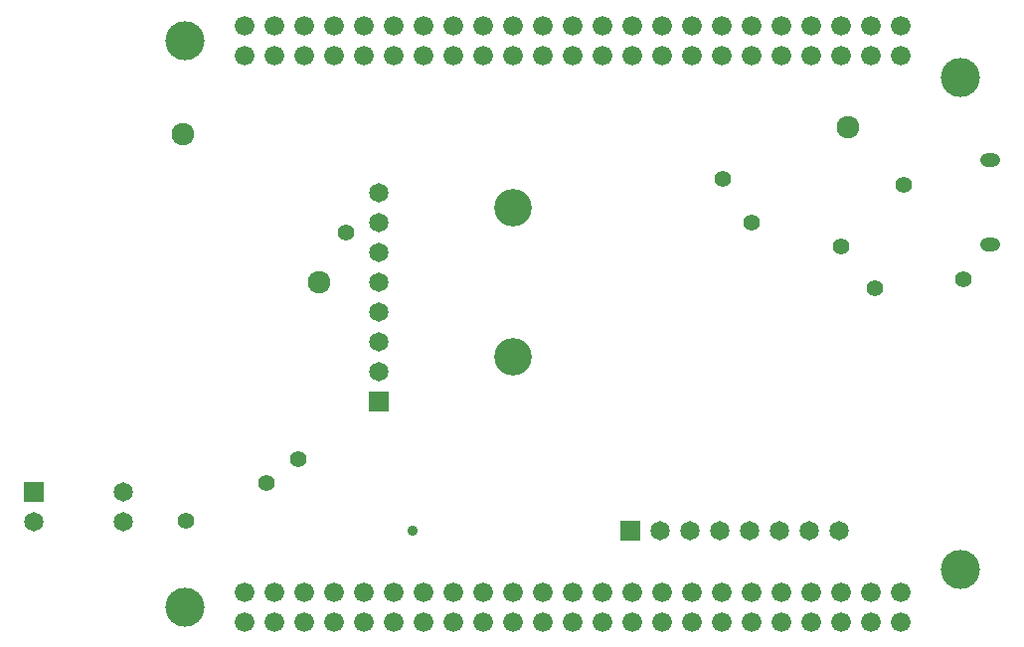
<source format=gbs>
G04*
G04 #@! TF.GenerationSoftware,Altium Limited,Altium Designer,20.1.14 (287)*
G04*
G04 Layer_Color=16711935*
%FSLAX24Y24*%
%MOIN*%
G70*
G04*
G04 #@! TF.SameCoordinates,9A1B4EAE-D6D5-4477-8753-CECB3CDB6822*
G04*
G04*
G04 #@! TF.FilePolarity,Negative*
G04*
G01*
G75*
%ADD55C,0.0659*%
%ADD56C,0.0650*%
%ADD57R,0.0650X0.0650*%
%ADD58C,0.0759*%
%ADD59O,0.0673X0.0476*%
%ADD60R,0.0650X0.0650*%
%ADD61C,0.1309*%
%ADD62C,0.0559*%
%ADD63C,0.0359*%
%ADD64C,0.1259*%
D55*
X7750Y750D02*
D03*
X8750D02*
D03*
X9750D02*
D03*
X10750D02*
D03*
X11750D02*
D03*
X12750D02*
D03*
X13750D02*
D03*
X14750D02*
D03*
X15750D02*
D03*
X16750D02*
D03*
X17750D02*
D03*
X18750D02*
D03*
X19750D02*
D03*
X20750D02*
D03*
X21750D02*
D03*
X22750D02*
D03*
X23750D02*
D03*
X24750D02*
D03*
X25750D02*
D03*
X26750D02*
D03*
X27750D02*
D03*
X28750D02*
D03*
X29750D02*
D03*
X7750Y1750D02*
D03*
X8750D02*
D03*
X9750D02*
D03*
X10750D02*
D03*
X11750D02*
D03*
X12750D02*
D03*
X13750D02*
D03*
X14750D02*
D03*
X15750D02*
D03*
X16750D02*
D03*
X17750D02*
D03*
X18750D02*
D03*
X19750D02*
D03*
X20750D02*
D03*
X21750D02*
D03*
X22750D02*
D03*
X23750D02*
D03*
X24750D02*
D03*
X25750D02*
D03*
X26750D02*
D03*
X27750D02*
D03*
X28750D02*
D03*
X29750D02*
D03*
Y20750D02*
D03*
X28750D02*
D03*
X27750D02*
D03*
X26750D02*
D03*
X25750D02*
D03*
X24750D02*
D03*
X23750D02*
D03*
X22750D02*
D03*
X21750D02*
D03*
X20750D02*
D03*
X19750D02*
D03*
X18750D02*
D03*
X17750D02*
D03*
X16750D02*
D03*
X15750D02*
D03*
X14750D02*
D03*
X13750D02*
D03*
X12750D02*
D03*
X11750D02*
D03*
X10750D02*
D03*
X9750D02*
D03*
X8750D02*
D03*
X7750D02*
D03*
X29750Y19750D02*
D03*
X28750D02*
D03*
X27750D02*
D03*
X26750D02*
D03*
X25750D02*
D03*
X24750D02*
D03*
X23750D02*
D03*
X22750D02*
D03*
X21750D02*
D03*
X20750D02*
D03*
X19750D02*
D03*
X18750D02*
D03*
X17750D02*
D03*
X16750D02*
D03*
X15750D02*
D03*
X14750D02*
D03*
X13750D02*
D03*
X12750D02*
D03*
X11750D02*
D03*
X10750D02*
D03*
X9750D02*
D03*
X8750D02*
D03*
X7750D02*
D03*
D56*
X27700Y3800D02*
D03*
X26700D02*
D03*
X25700D02*
D03*
X24700D02*
D03*
X23700D02*
D03*
X22700D02*
D03*
X21700D02*
D03*
X12250Y15150D02*
D03*
X3700Y4100D02*
D03*
Y5100D02*
D03*
X700Y4100D02*
D03*
X12250Y9150D02*
D03*
Y10150D02*
D03*
Y11150D02*
D03*
Y12150D02*
D03*
Y13150D02*
D03*
Y14150D02*
D03*
D57*
X20700Y3800D02*
D03*
X700Y5100D02*
D03*
D58*
X10250Y12150D02*
D03*
X5700Y17100D02*
D03*
X28000Y17350D02*
D03*
D59*
X32750Y16243D02*
D03*
X32750Y13400D02*
D03*
D60*
X12250Y8150D02*
D03*
D61*
X5750Y1250D02*
D03*
X31750Y2500D02*
D03*
Y19000D02*
D03*
X5750Y20250D02*
D03*
D62*
X29850Y15400D02*
D03*
X8500Y5400D02*
D03*
X9550Y6200D02*
D03*
X27750Y13350D02*
D03*
X24750Y14150D02*
D03*
X5800Y4150D02*
D03*
X23800Y15600D02*
D03*
X11150Y13800D02*
D03*
X28900Y11950D02*
D03*
X31850Y12250D02*
D03*
D63*
X13396Y3807D02*
D03*
D64*
X16750Y9650D02*
D03*
Y14650D02*
D03*
M02*

</source>
